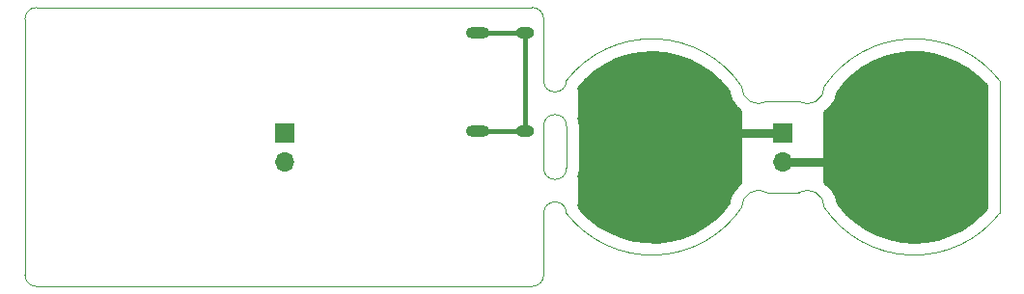
<source format=gbr>
G04 #@! TF.GenerationSoftware,KiCad,Pcbnew,(5.1.5)-3*
G04 #@! TF.CreationDate,2024-11-30T00:03:08+01:00*
G04 #@! TF.ProjectId,tan-usb-pwr,74616e2d-7573-4622-9d70-77722e6b6963,B*
G04 #@! TF.SameCoordinates,PX57bcf00PY53af570*
G04 #@! TF.FileFunction,Copper,L2,Bot*
G04 #@! TF.FilePolarity,Positive*
%FSLAX46Y46*%
G04 Gerber Fmt 4.6, Leading zero omitted, Abs format (unit mm)*
G04 Created by KiCad (PCBNEW (5.1.5)-3) date 2024-11-30 00:03:08*
%MOMM*%
%LPD*%
G04 APERTURE LIST*
%ADD10C,0.100000*%
%ADD11O,1.600000X1.000000*%
%ADD12O,2.100000X1.000000*%
%ADD13O,1.700000X1.700000*%
%ADD14R,1.700000X1.700000*%
%ADD15C,0.762000*%
%ADD16C,0.406400*%
%ADD17C,0.254000*%
G04 APERTURE END LIST*
D10*
X47500000Y10400000D02*
X47500000Y14100000D01*
X47500000Y10400000D02*
G75*
G02X45500000Y10400000I-1000000J0D01*
G01*
X45500000Y14100000D02*
G75*
G02X47500000Y14100000I1000000J0D01*
G01*
X85500000Y18081000D02*
X85500000Y6419050D01*
X85500002Y6419049D02*
G75*
G02X70126925Y6933544I-7500002J5830951D01*
G01*
X67871055Y8249999D02*
G75*
G02X70126953Y6933489I756045J-1295529D01*
G01*
X65128900Y8250000D02*
X67871100Y8250000D01*
X62873048Y6933500D02*
G75*
G02X65128947Y8249997I1499852J20970D01*
G01*
X62873061Y6933473D02*
G75*
G02X47500000Y6419001I-7873061J5316527D01*
G01*
X47500023Y18080980D02*
G75*
G02X62873037Y17566510I7499977J-5830980D01*
G01*
X65128949Y16249972D02*
G75*
G02X62873046Y17566469I-756049J1295528D01*
G01*
X65128900Y16250000D02*
X67871100Y16250000D01*
X70126953Y17566480D02*
G75*
G02X67871054Y16249971I-1499853J-20980D01*
G01*
X70126901Y17566472D02*
G75*
G02X85500000Y18081000I7873099J-5316472D01*
G01*
X45500000Y10400000D02*
X45500000Y14100000D01*
X45500000Y6419001D02*
X45500000Y1000000D01*
X45500000Y6419001D02*
G75*
G02X47500000Y6419001I1000000J0D01*
G01*
X47500000Y18080998D02*
G75*
G02X45500000Y18080998I-1000000J0D01*
G01*
X44500000Y24500000D02*
X1000000Y24500000D01*
X44500000Y24500000D02*
G75*
G02X45500000Y23500000I0J-1000000D01*
G01*
X45500000Y18080998D02*
X45500000Y23500000D01*
X45500000Y1000000D02*
G75*
G02X44500000Y0I-1000000J0D01*
G01*
X1000000Y0D02*
X44500000Y0D01*
X0Y23500000D02*
X0Y1000000D01*
X0Y23500000D02*
G75*
G02X1000000Y24500000I1000000J0D01*
G01*
X1000000Y0D02*
G75*
G02X0Y1000000I0J1000000D01*
G01*
D11*
X43900000Y22320000D03*
X43900000Y13680000D03*
D12*
X39720000Y22320000D03*
X39720000Y13680000D03*
D13*
X22750000Y10960000D03*
D14*
X22750000Y13500000D03*
D13*
X66500000Y10960000D03*
D14*
X66500000Y13500000D03*
D15*
X66500000Y13500000D02*
X64888000Y13500000D01*
X64888000Y13500000D02*
X54000000Y13500000D01*
X66500000Y10960000D02*
X78460000Y10960000D01*
D16*
X43900000Y22320000D02*
X43900000Y13680000D01*
X43900000Y13680000D02*
X39720000Y13680000D01*
X39720000Y22320000D02*
X43900000Y22320000D01*
D17*
G36*
X78584755Y20549931D02*
G01*
X79663115Y20402597D01*
X80713004Y20115774D01*
X81716490Y19694359D01*
X82656379Y19145573D01*
X83516592Y18478804D01*
X84298348Y17689371D01*
X84323000Y17659377D01*
X84323001Y6866308D01*
X83846006Y6329313D01*
X83023188Y5616909D01*
X82114424Y5018000D01*
X81135259Y4542830D01*
X80102442Y4199532D01*
X79033667Y3993981D01*
X77947193Y3929692D01*
X76861627Y4007766D01*
X75795537Y4226867D01*
X74767170Y4583245D01*
X73794114Y5070805D01*
X72893023Y5681202D01*
X72079313Y6403994D01*
X71352092Y7243925D01*
X71267803Y7361731D01*
X71258035Y7436259D01*
X71254209Y7452241D01*
X71184046Y7736457D01*
X71148488Y7837052D01*
X71114350Y7938099D01*
X71107492Y7953033D01*
X70983461Y8218209D01*
X70929057Y8309956D01*
X70875926Y8402477D01*
X70866298Y8415794D01*
X70693123Y8651828D01*
X70621924Y8731272D01*
X70551846Y8811697D01*
X70539815Y8822891D01*
X70324092Y9020794D01*
X70238809Y9084903D01*
X70154449Y9150181D01*
X70140472Y9158825D01*
X70127000Y9167027D01*
X70127000Y15334731D01*
X70145047Y15347275D01*
X70233469Y15406920D01*
X70246058Y15417483D01*
X70468992Y15607224D01*
X70543068Y15683935D01*
X70618266Y15759664D01*
X70628563Y15772472D01*
X70810397Y16001902D01*
X70868203Y16091605D01*
X70927212Y16180425D01*
X70934826Y16194988D01*
X71068634Y16455367D01*
X71107891Y16554526D01*
X71148552Y16653183D01*
X71153191Y16668948D01*
X71233878Y16950358D01*
X71253138Y17055312D01*
X71264550Y17112957D01*
X71771196Y17766592D01*
X72544548Y18532423D01*
X73411234Y19190750D01*
X74356447Y19730328D01*
X75363994Y20141911D01*
X76416653Y20418464D01*
X77496397Y20555249D01*
X78584755Y20549931D01*
G37*
X78584755Y20549931D02*
X79663115Y20402597D01*
X80713004Y20115774D01*
X81716490Y19694359D01*
X82656379Y19145573D01*
X83516592Y18478804D01*
X84298348Y17689371D01*
X84323000Y17659377D01*
X84323001Y6866308D01*
X83846006Y6329313D01*
X83023188Y5616909D01*
X82114424Y5018000D01*
X81135259Y4542830D01*
X80102442Y4199532D01*
X79033667Y3993981D01*
X77947193Y3929692D01*
X76861627Y4007766D01*
X75795537Y4226867D01*
X74767170Y4583245D01*
X73794114Y5070805D01*
X72893023Y5681202D01*
X72079313Y6403994D01*
X71352092Y7243925D01*
X71267803Y7361731D01*
X71258035Y7436259D01*
X71254209Y7452241D01*
X71184046Y7736457D01*
X71148488Y7837052D01*
X71114350Y7938099D01*
X71107492Y7953033D01*
X70983461Y8218209D01*
X70929057Y8309956D01*
X70875926Y8402477D01*
X70866298Y8415794D01*
X70693123Y8651828D01*
X70621924Y8731272D01*
X70551846Y8811697D01*
X70539815Y8822891D01*
X70324092Y9020794D01*
X70238809Y9084903D01*
X70154449Y9150181D01*
X70140472Y9158825D01*
X70127000Y9167027D01*
X70127000Y15334731D01*
X70145047Y15347275D01*
X70233469Y15406920D01*
X70246058Y15417483D01*
X70468992Y15607224D01*
X70543068Y15683935D01*
X70618266Y15759664D01*
X70628563Y15772472D01*
X70810397Y16001902D01*
X70868203Y16091605D01*
X70927212Y16180425D01*
X70934826Y16194988D01*
X71068634Y16455367D01*
X71107891Y16554526D01*
X71148552Y16653183D01*
X71153191Y16668948D01*
X71233878Y16950358D01*
X71253138Y17055312D01*
X71264550Y17112957D01*
X71771196Y17766592D01*
X72544548Y18532423D01*
X73411234Y19190750D01*
X74356447Y19730328D01*
X75363994Y20141911D01*
X76416653Y20418464D01*
X77496397Y20555249D01*
X78584755Y20549931D01*
G36*
X56138400Y20492229D02*
G01*
X57204497Y20273122D01*
X58232858Y19916741D01*
X59205915Y19429175D01*
X60107002Y18818776D01*
X60920713Y18095977D01*
X61647930Y17256043D01*
X61732191Y17138276D01*
X61741964Y17063709D01*
X61745791Y17047727D01*
X61815954Y16763511D01*
X61851514Y16662909D01*
X61885652Y16561862D01*
X61892510Y16546928D01*
X62016542Y16281753D01*
X62070945Y16190009D01*
X62124075Y16097490D01*
X62133703Y16084173D01*
X62306878Y15848139D01*
X62378081Y15768691D01*
X62448159Y15688266D01*
X62460191Y15677072D01*
X62675914Y15479170D01*
X62761217Y15415046D01*
X62773000Y15405928D01*
X62773000Y9097413D01*
X62766545Y9093059D01*
X62753956Y9082496D01*
X62531020Y8892756D01*
X62456913Y8816013D01*
X62381749Y8740320D01*
X62371452Y8727513D01*
X62189616Y8498085D01*
X62131828Y8408411D01*
X62072797Y8319558D01*
X62065183Y8304995D01*
X61931373Y8044617D01*
X61892113Y7945451D01*
X61851455Y7846803D01*
X61846816Y7831038D01*
X61766128Y7549629D01*
X61746876Y7444722D01*
X61735457Y7387050D01*
X61228763Y6733362D01*
X60455408Y5967540D01*
X59588713Y5309217D01*
X58643495Y4769645D01*
X57635947Y4358070D01*
X56583288Y4081525D01*
X55503552Y3944748D01*
X54415187Y3950074D01*
X53336829Y4097415D01*
X52286934Y4384248D01*
X51283464Y4805664D01*
X50343568Y5354464D01*
X49483362Y6021237D01*
X48701612Y6810677D01*
X48615026Y6916026D01*
X48604911Y6967108D01*
X48600052Y6982807D01*
X48541087Y7168685D01*
X48574083Y7248344D01*
X48627000Y7514377D01*
X48627000Y7785623D01*
X48579385Y8025000D01*
X48627000Y8264377D01*
X48627000Y8535623D01*
X48579385Y8775000D01*
X48627000Y9014377D01*
X48627000Y9285623D01*
X48574083Y9551656D01*
X48537040Y9641085D01*
X48546451Y9663042D01*
X48551311Y9678740D01*
X48607720Y9865576D01*
X48628447Y9970252D01*
X48650619Y10074566D01*
X48652338Y10090910D01*
X48671382Y10285143D01*
X48671382Y10285147D01*
X48677000Y10342188D01*
X48677000Y14157812D01*
X48671285Y14215837D01*
X48671285Y14228818D01*
X48669568Y14245161D01*
X48647813Y14439111D01*
X48625627Y14543486D01*
X48604911Y14648107D01*
X48600052Y14663806D01*
X48541039Y14849836D01*
X48537093Y14859042D01*
X48574083Y14948344D01*
X48627000Y15214377D01*
X48627000Y15485623D01*
X48579385Y15725000D01*
X48627000Y15964377D01*
X48627000Y16235623D01*
X48579385Y16475000D01*
X48627000Y16714377D01*
X48627000Y16985623D01*
X48574083Y17251656D01*
X48541043Y17331422D01*
X48546451Y17344040D01*
X48551311Y17359738D01*
X48607720Y17546574D01*
X48610045Y17558314D01*
X49154023Y18170713D01*
X49976839Y18883109D01*
X50885610Y19482017D01*
X51864772Y19957180D01*
X52897589Y20300475D01*
X53966369Y20506021D01*
X55052843Y20570307D01*
X56138400Y20492229D01*
G37*
X56138400Y20492229D02*
X57204497Y20273122D01*
X58232858Y19916741D01*
X59205915Y19429175D01*
X60107002Y18818776D01*
X60920713Y18095977D01*
X61647930Y17256043D01*
X61732191Y17138276D01*
X61741964Y17063709D01*
X61745791Y17047727D01*
X61815954Y16763511D01*
X61851514Y16662909D01*
X61885652Y16561862D01*
X61892510Y16546928D01*
X62016542Y16281753D01*
X62070945Y16190009D01*
X62124075Y16097490D01*
X62133703Y16084173D01*
X62306878Y15848139D01*
X62378081Y15768691D01*
X62448159Y15688266D01*
X62460191Y15677072D01*
X62675914Y15479170D01*
X62761217Y15415046D01*
X62773000Y15405928D01*
X62773000Y9097413D01*
X62766545Y9093059D01*
X62753956Y9082496D01*
X62531020Y8892756D01*
X62456913Y8816013D01*
X62381749Y8740320D01*
X62371452Y8727513D01*
X62189616Y8498085D01*
X62131828Y8408411D01*
X62072797Y8319558D01*
X62065183Y8304995D01*
X61931373Y8044617D01*
X61892113Y7945451D01*
X61851455Y7846803D01*
X61846816Y7831038D01*
X61766128Y7549629D01*
X61746876Y7444722D01*
X61735457Y7387050D01*
X61228763Y6733362D01*
X60455408Y5967540D01*
X59588713Y5309217D01*
X58643495Y4769645D01*
X57635947Y4358070D01*
X56583288Y4081525D01*
X55503552Y3944748D01*
X54415187Y3950074D01*
X53336829Y4097415D01*
X52286934Y4384248D01*
X51283464Y4805664D01*
X50343568Y5354464D01*
X49483362Y6021237D01*
X48701612Y6810677D01*
X48615026Y6916026D01*
X48604911Y6967108D01*
X48600052Y6982807D01*
X48541087Y7168685D01*
X48574083Y7248344D01*
X48627000Y7514377D01*
X48627000Y7785623D01*
X48579385Y8025000D01*
X48627000Y8264377D01*
X48627000Y8535623D01*
X48579385Y8775000D01*
X48627000Y9014377D01*
X48627000Y9285623D01*
X48574083Y9551656D01*
X48537040Y9641085D01*
X48546451Y9663042D01*
X48551311Y9678740D01*
X48607720Y9865576D01*
X48628447Y9970252D01*
X48650619Y10074566D01*
X48652338Y10090910D01*
X48671382Y10285143D01*
X48671382Y10285147D01*
X48677000Y10342188D01*
X48677000Y14157812D01*
X48671285Y14215837D01*
X48671285Y14228818D01*
X48669568Y14245161D01*
X48647813Y14439111D01*
X48625627Y14543486D01*
X48604911Y14648107D01*
X48600052Y14663806D01*
X48541039Y14849836D01*
X48537093Y14859042D01*
X48574083Y14948344D01*
X48627000Y15214377D01*
X48627000Y15485623D01*
X48579385Y15725000D01*
X48627000Y15964377D01*
X48627000Y16235623D01*
X48579385Y16475000D01*
X48627000Y16714377D01*
X48627000Y16985623D01*
X48574083Y17251656D01*
X48541043Y17331422D01*
X48546451Y17344040D01*
X48551311Y17359738D01*
X48607720Y17546574D01*
X48610045Y17558314D01*
X49154023Y18170713D01*
X49976839Y18883109D01*
X50885610Y19482017D01*
X51864772Y19957180D01*
X52897589Y20300475D01*
X53966369Y20506021D01*
X55052843Y20570307D01*
X56138400Y20492229D01*
M02*

</source>
